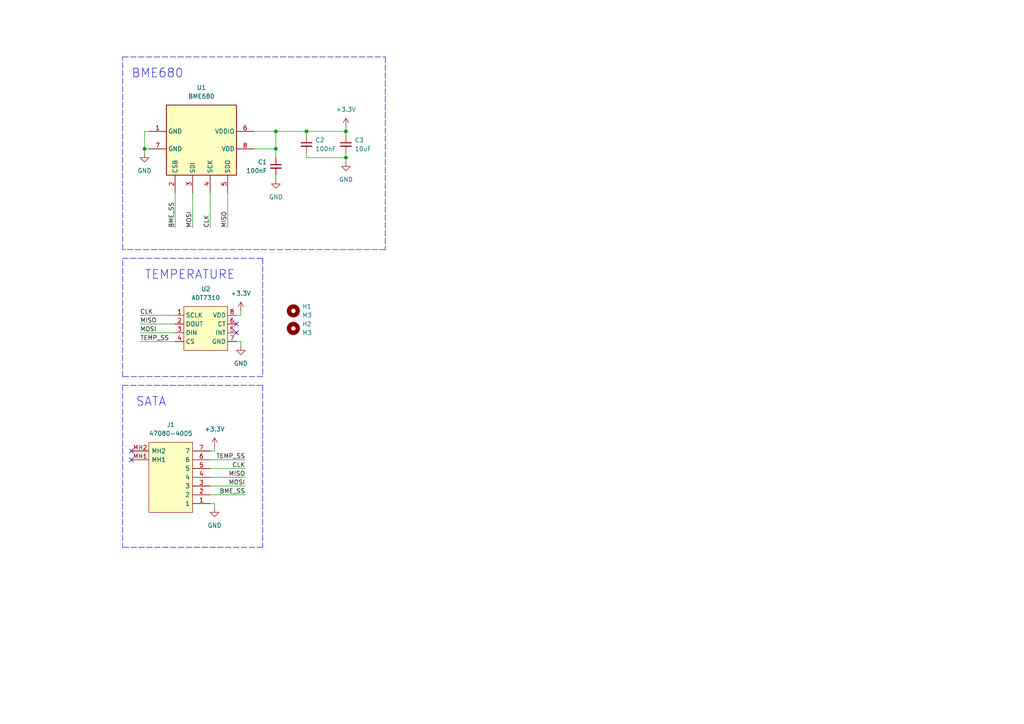
<source format=kicad_sch>
(kicad_sch (version 20211123) (generator eeschema)
  (paper "A4")
  (lib_symbols
    (symbol "Device:C_Small" (pin_numbers hide) (pin_names (offset 0.254) hide)
      (property "Reference" "C" (at 0.254 1.778 0))
      (property "Value" "C_Small" (at 0.254 -2.032 0))
      (symbol "C_Small_0_1"
        (polyline (pts (xy -1.524 -0.508) (xy 1.524 -0.508)) (stroke (width 0.3302)))
        (polyline (pts (xy -1.524 0.508) (xy 1.524 0.508)) (stroke (width 0.3048)))
      )
      (symbol "C_Small_1_1"
        (pin passive line (at 0 2.54 270) (length 2.032) (name "~") (number "1"))
        (pin passive line (at 0 -2.54 90) (length 2.032) (name "~") (number "2"))
      )
    )
    (symbol "LOCAL:47080-4005" (pin_names (offset 0.762))
      (property "Reference" "J?" (at 11.43 7.62 0))
      (property "Value" "47080-4005" (at 11.43 5.08 0))
      (symbol "47080-4005_0_0"
        (pin passive line (at 22.86 -15.24 180) (length 5.08) (name "1") (number "1"))
        (pin passive line (at 22.86 -12.7 180) (length 5.08) (name "2") (number "2"))
        (pin passive line (at 22.86 -10.16 180) (length 5.08) (name "3") (number "3"))
        (pin passive line (at 22.86 -7.62 180) (length 5.08) (name "4") (number "4"))
        (pin passive line (at 22.86 -5.08 180) (length 5.08) (name "5") (number "5"))
        (pin passive line (at 22.86 -2.54 180) (length 5.08) (name "6") (number "6"))
        (pin passive line (at 22.86 0 180) (length 5.08) (name "7") (number "7"))
        (pin passive line (at 0 -2.54 0) (length 5.08) (name "MH1") (number "MH1"))
        (pin passive line (at 0 0 0) (length 5.08) (name "MH2") (number "MH2"))
      )
      (symbol "47080-4005_0_1"
        (polyline (pts (xy 5.08 2.54) (xy 17.78 2.54) (xy 17.78 -17.78) (xy 5.08 -17.78) (xy 5.08 2.54)) (stroke (width 0.1524)) (fill (type background)))
      )
    )
    (symbol "LOCAL:ADT7310"
      (property "Reference" "U" (at 0 10.16 0))
      (property "Value" "ADT7310" (at 0 7.62 0))
      (symbol "ADT7310_0_1"
        (rectangle (start -6.35 6.35) (end 6.35 -6.35) (fill (type background)))
      )
      (symbol "ADT7310_1_1"
        (pin input line (at -8.89 3.81 0) (length 2.54) (name "SCLK") (number "1"))
        (pin input line (at -8.89 1.27 0) (length 2.54) (name "DOUT") (number "2"))
        (pin input line (at -8.89 -1.27 0) (length 2.54) (name "DIN") (number "3"))
        (pin input line (at -8.89 -3.81 0) (length 2.54) (name "CS") (number "4"))
        (pin input line (at 8.89 -1.27 180) (length 2.54) (name "INT") (number "5"))
        (pin input line (at 8.89 1.27 180) (length 2.54) (name "CT") (number "6"))
        (pin input line (at 8.89 -3.81 180) (length 2.54) (name "GND") (number "7"))
        (pin input line (at 8.89 3.81 180) (length 2.54) (name "VDD") (number "8"))
      )
    )
    (symbol "Mechanical:MountingHole" (pin_names (offset 1.016))
      (property "Reference" "H" (at 0 5.08 0))
      (property "Value" "MountingHole" (at 0 3.175 0))
      (symbol "MountingHole_0_1"
        (circle (center 0 0) (radius 1.27) (stroke (width 1.27)))
      )
    )
    (symbol "Sensor:BME680"
      (property "Reference" "U" (at -8.89 11.43 0))
      (property "Value" "BME680" (at 7.62 11.43 0))
      (symbol "BME680_0_1"
        (rectangle (start -10.16 10.16) (end 10.16 -10.16) (stroke (width 0.254)) (fill (type background)))
      )
      (symbol "BME680_1_1"
        (pin power_in line (at -2.54 -15.24 90) (length 5.08) (name "GND") (number "1"))
        (pin input line (at 15.24 -7.62 180) (length 5.08) (name "CSB") (number "2"))
        (pin bidirectional line (at 15.24 -2.54 180) (length 5.08) (name "SDI") (number "3"))
        (pin input line (at 15.24 2.54 180) (length 5.08) (name "SCK") (number "4"))
        (pin bidirectional line (at 15.24 7.62 180) (length 5.08) (name "SDO") (number "5"))
        (pin power_in line (at -2.54 15.24 270) (length 5.08) (name "VDDIO") (number "6"))
        (pin power_in line (at 2.54 -15.24 90) (length 5.08) (name "GND") (number "7"))
        (pin power_in line (at 2.54 15.24 270) (length 5.08) (name "VDD") (number "8"))
      )
    )
    (symbol "power:+3.3V" (power) (pin_names (offset 0))
      (property "Value" "+3.3V" (at 0 3.556 0))
      (symbol "+3.3V_0_1"
        (polyline (pts (xy -0.762 1.27) (xy 0 2.54)))
        (polyline (pts (xy 0 0) (xy 0 2.54)))
        (polyline (pts (xy 0 2.54) (xy 0.762 1.27)))
      )
      (symbol "+3.3V_1_1"
        (pin power_in line (at 0 0 90) (length 0) hide (name "+3.3V") (number "1"))
      )
    )
    (symbol "power:GND" (power) (pin_names (offset 0))
      (property "Value" "GND" (at 0 -3.81 0))
      (symbol "GND_0_1"
        (polyline (pts (xy 0 0) (xy 0 -1.27) (xy 1.27 -1.27) (xy 0 -2.54) (xy -1.27 -1.27) (xy 0 -1.27)))
      )
      (symbol "GND_1_1"
        (pin power_in line (at 0 0 270) (length 0) hide (name "GND") (number "1"))
      )
    )
  )
  (junction (at 80.01 43.18))
  (junction (at 80.01 38.1))
  (junction (at 41.91 43.18))
  (junction (at 100.33 45.72))
  (junction (at 100.33 38.1))
  (junction (at 88.9 38.1))
  (no_connect (at 38.1 133.35))
  (no_connect (at 38.1 130.81))
  (no_connect (at 68.58 93.98))
  (no_connect (at 68.58 96.52))
  (wire (pts (xy 60.96 146.05) (xy 62.23 146.05)))
  (polyline (pts (xy 111.76 16.51) (xy 111.76 72.39)))
  (wire (pts (xy 50.8 99.06) (xy 40.64 99.06)))
  (wire (pts (xy 100.33 36.83) (xy 100.33 38.1)))
  (polyline (pts (xy 76.2 111.76) (xy 76.2 158.75)))
  (wire (pts (xy 69.85 99.06) (xy 69.85 100.33)))
  (wire (pts (xy 100.33 39.37) (xy 100.33 38.1)))
  (wire (pts (xy 41.91 38.1) (xy 41.91 43.18)))
  (wire (pts (xy 66.04 55.88) (xy 66.04 66.04)))
  (wire (pts (xy 88.9 38.1) (xy 88.9 39.37)))
  (polyline (pts (xy 35.56 16.51) (xy 111.76 16.51)))
  (polyline (pts (xy 76.2 74.93) (xy 76.2 109.22)))
  (polyline (pts (xy 35.56 109.22) (xy 35.56 74.93)))
  (wire (pts (xy 50.8 91.44) (xy 40.64 91.44)))
  (wire (pts (xy 60.96 130.81) (xy 62.23 130.81)))
  (wire (pts (xy 60.96 138.43) (xy 71.12 138.43)))
  (wire (pts (xy 55.88 55.88) (xy 55.88 66.04)))
  (wire (pts (xy 60.96 55.88) (xy 60.96 66.04)))
  (wire (pts (xy 50.8 55.88) (xy 50.8 66.04)))
  (polyline (pts (xy 111.76 72.39) (xy 35.56 72.39)))
  (polyline (pts (xy 35.56 74.93) (xy 76.2 74.93)))
  (polyline (pts (xy 76.2 158.75) (xy 35.56 158.75)))
  (wire (pts (xy 43.18 38.1) (xy 41.91 38.1)))
  (wire (pts (xy 88.9 45.72) (xy 100.33 45.72)))
  (wire (pts (xy 43.18 43.18) (xy 41.91 43.18)))
  (wire (pts (xy 68.58 99.06) (xy 69.85 99.06)))
  (wire (pts (xy 80.01 43.18) (xy 80.01 45.72)))
  (polyline (pts (xy 76.2 109.22) (xy 35.56 109.22)))
  (wire (pts (xy 60.96 135.89) (xy 71.12 135.89)))
  (wire (pts (xy 73.66 38.1) (xy 80.01 38.1)))
  (wire (pts (xy 60.96 143.51) (xy 71.12 143.51)))
  (polyline (pts (xy 35.56 111.76) (xy 35.56 158.75)))
  (wire (pts (xy 60.96 140.97) (xy 71.12 140.97)))
  (wire (pts (xy 62.23 130.81) (xy 62.23 129.54)))
  (wire (pts (xy 41.91 43.18) (xy 41.91 44.45)))
  (wire (pts (xy 73.66 43.18) (xy 80.01 43.18)))
  (wire (pts (xy 80.01 50.8) (xy 80.01 52.07)))
  (wire (pts (xy 62.23 146.05) (xy 62.23 147.32)))
  (wire (pts (xy 60.96 133.35) (xy 71.12 133.35)))
  (wire (pts (xy 100.33 44.45) (xy 100.33 45.72)))
  (wire (pts (xy 50.8 93.98) (xy 40.64 93.98)))
  (wire (pts (xy 100.33 45.72) (xy 100.33 46.99)))
  (wire (pts (xy 69.85 91.44) (xy 69.85 90.17)))
  (wire (pts (xy 80.01 38.1) (xy 80.01 43.18)))
  (polyline (pts (xy 35.56 111.76) (xy 76.2 111.76)))
  (wire (pts (xy 88.9 44.45) (xy 88.9 45.72)))
  (wire (pts (xy 68.58 91.44) (xy 69.85 91.44)))
  (polyline (pts (xy 35.56 72.39) (xy 35.56 16.51)))
  (wire (pts (xy 80.01 38.1) (xy 88.9 38.1)))
  (wire (pts (xy 50.8 96.52) (xy 40.64 96.52)))
  (wire (pts (xy 100.33 38.1) (xy 88.9 38.1)))
  (text "SATA" (at 39.37 118.11 0) (effects (font (size 2.54 2.54)) (justify left bottom)))
  (text "TEMPERATURE" (at 41.91 81.28 0) (effects (font (size 2.54 2.54)) (justify left bottom)))
  (text "BME680" (at 38.1 22.86 0) (effects (font (size 2.54 2.54)) (justify left bottom)))
  (label "BME_SS" (at 50.8 66.04 90))
  (label "BME_SS" (at 71.12 143.51 180))
  (label "TEMP_SS" (at 40.64 99.06 0))
  (label "CLK" (at 71.12 135.89 180))
  (label "MISO" (at 71.12 138.43 180))
  (label "TEMP_SS" (at 71.12 133.35 180))
  (label "MOSI" (at 40.64 96.52 0))
  (label "MISO" (at 66.04 66.04 90))
  (label "CLK" (at 60.96 66.04 90))
  (label "MOSI" (at 71.12 140.97 180))
  (label "MOSI" (at 55.88 66.04 90))
  (label "MISO" (at 40.64 93.98 0))
  (label "CLK" (at 40.64 91.44 0))
  (symbol (lib_id "Sensor:BME680") (at 58.42 40.64 270) (unit 1)
    (property "Reference" "U1" (at 58.42 25.4 90))
    (property "Value" "BME680" (at 58.42 27.94 90))
    (property "Footprint" "Package_LGA:Bosch_LGA-8_3x3mm_P0.8mm_ClockwisePinNumbering" (effects hide))
    (property "Datasheet" "https://ae-bst.resource.bosch.com/media/_tech/media/datasheets/BST-BME680-DS001.pdf" (effects hide))
  )
  (symbol (lib_id "power:GND") (at 100.33 46.99 0) (unit 1)
    (property "Reference" "#PWR0102" (effects hide))
    (property "Value" "GND" (at 100.33 52.07 0))
  )
  (symbol (lib_id "LOCAL:47080-4005") (at 38.1 130.81 0) (unit 1)
    (property "Reference" "J1" (at 49.53 123.19 0))
    (property "Value" "47080-4005" (at 49.53 125.73 0))
    (property "Footprint" "LOCAL:470804005" (effects hide))
    (property "Description" "MOLEX - 47080-4005 - PLUG, SATA SYSTEM, R/A, SMT" (effects hide))
    (property "Height" "6" (effects hide))
    (property "Mouser Part Number" "538-47080-4005" (effects hide))
    (property "Mouser Price/Stock" "https://www.mouser.co.uk/ProductDetail/Molex/47080-4005?qs=D%252By4jQJzx8Ju%252B2gJsiJhzQ%3D%3D" (effects hide))
    (property "Manufacturer_Name" "Molex" (effects hide))
    (property "Manufacturer_Part_Number" "47080-4005" (effects hide))
  )
  (symbol (lib_id "Device:C_Small") (at 80.01 48.26 0) (unit 1)
    (property "Reference" "C1" (at 77.47 46.9962 0) (effects (justify right)))
    (property "Value" "100nF" (at 77.47 49.5362 0) (effects (justify right)))
    (property "Footprint" "Capacitor_SMD:C_0402_1005Metric" (effects hide))
  )
  (symbol (lib_id "Mechanical:MountingHole") (at 85.09 95.25 0) (unit 1)
    (property "Reference" "H2" (at 87.63 93.9799 0) (effects (justify left)))
    (property "Value" "M3" (at 87.63 96.5199 0) (effects (justify left)))
    (property "Footprint" "MountingHole:MountingHole_3.2mm_M3" (effects hide))
  )
  (symbol (lib_id "Device:C_Small") (at 88.9 41.91 0) (unit 1)
    (property "Reference" "C2" (at 91.44 40.6462 0) (effects (justify left)))
    (property "Value" "100nF" (at 91.44 43.1862 0) (effects (justify left)))
    (property "Footprint" "Capacitor_SMD:C_0402_1005Metric" (effects hide))
  )
  (symbol (lib_id "power:GND") (at 62.23 147.32 0) (unit 1)
    (property "Reference" "#PWR0107" (effects hide))
    (property "Value" "GND" (at 62.23 152.4 0))
  )
  (symbol (lib_id "LOCAL:ADT7310") (at 59.69 95.25 0) (unit 1)
    (property "Reference" "U2" (at 59.69 83.82 0))
    (property "Value" "ADT7310" (at 59.69 86.36 0))
    (property "Footprint" "Package_SO:SOIC-8_3.9x4.9mm_P1.27mm" (effects hide))
    (property "Datasheet" "https://eu.mouser.com/datasheet/2/609/ADT7310-1503469.pdf" (effects hide))
  )
  (symbol (lib_id "power:+3.3V") (at 69.85 90.17 0) (unit 1)
    (property "Reference" "#PWR0105" (effects hide))
    (property "Value" "+3.3V" (at 69.85 85.09 0))
  )
  (symbol (lib_id "Device:C_Small") (at 100.33 41.91 0) (unit 1)
    (property "Reference" "C3" (at 102.87 40.6462 0) (effects (justify left)))
    (property "Value" "10uF" (at 102.87 43.1862 0) (effects (justify left)))
    (property "Footprint" "Capacitor_SMD:C_0805_2012Metric" (effects hide))
  )
  (symbol (lib_id "Mechanical:MountingHole") (at 85.09 90.17 0) (unit 1)
    (property "Reference" "H1" (at 87.63 88.8999 0) (effects (justify left)))
    (property "Value" "M3" (at 87.63 91.4399 0) (effects (justify left)))
    (property "Footprint" "MountingHole:MountingHole_3.2mm_M3" (effects hide))
  )
  (symbol (lib_id "power:+3.3V") (at 62.23 129.54 0) (unit 1)
    (property "Reference" "#PWR0108" (effects hide))
    (property "Value" "+3.3V" (at 62.23 124.46 0))
  )
  (symbol (lib_id "power:GND") (at 80.01 52.07 0) (unit 1)
    (property "Reference" "#PWR0104" (effects hide))
    (property "Value" "GND" (at 80.01 57.15 0))
  )
  (symbol (lib_id "power:GND") (at 41.91 44.45 0) (unit 1)
    (property "Reference" "#PWR0103" (effects hide))
    (property "Value" "GND" (at 41.91 49.53 0))
  )
  (symbol (lib_id "power:+3.3V") (at 100.33 36.83 0) (unit 1)
    (property "Reference" "#PWR0101" (effects hide))
    (property "Value" "+3.3V" (at 100.33 31.75 0))
  )
  (symbol (lib_id "power:GND") (at 69.85 100.33 0) (unit 1)
    (property "Reference" "#PWR0106" (effects hide))
    (property "Value" "GND" (at 69.85 105.41 0))
  )
)
</source>
